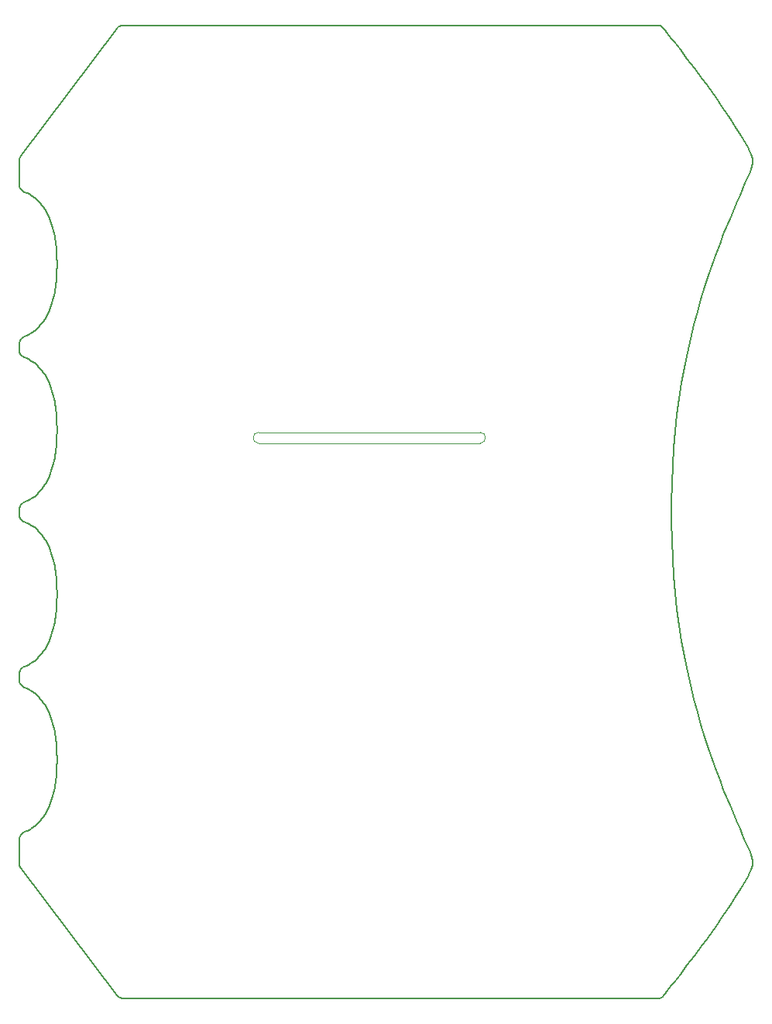
<source format=gbr>
%TF.GenerationSoftware,KiCad,Pcbnew,(5.1.6-0-10_14)*%
%TF.CreationDate,2021-01-05T22:04:13+01:00*%
%TF.ProjectId,ecsc21-badge,65637363-3231-42d6-9261-6467652e6b69,rev?*%
%TF.SameCoordinates,PX5c07920PY8b3c880*%
%TF.FileFunction,Profile,NP*%
%FSLAX46Y46*%
G04 Gerber Fmt 4.6, Leading zero omitted, Abs format (unit mm)*
G04 Created by KiCad (PCBNEW (5.1.6-0-10_14)) date 2021-01-05 22:04:13*
%MOMM*%
%LPD*%
G01*
G04 APERTURE LIST*
%TA.AperFunction,Profile*%
%ADD10C,0.200000*%
%TD*%
%TA.AperFunction,Profile*%
%ADD11C,0.050000*%
%TD*%
G04 APERTURE END LIST*
D10*
X24047198Y37511553D02*
X24045153Y37202888D01*
X24045153Y37202888D02*
X24038834Y36893514D01*
X24038834Y36893514D02*
X24027961Y36583898D01*
X24027961Y36583898D02*
X24012255Y36274510D01*
X24012255Y36274510D02*
X23991436Y35965819D01*
X23991436Y35965819D02*
X23965227Y35658294D01*
X23965227Y35658294D02*
X23933347Y35352403D01*
X23933347Y35352403D02*
X23895518Y35048616D01*
X23895518Y35048616D02*
X23851461Y34747401D01*
X23851461Y34747401D02*
X23800896Y34449227D01*
X23800896Y34449227D02*
X23743544Y34154563D01*
X23743544Y34154563D02*
X23679127Y33863878D01*
X23679127Y33863878D02*
X23607365Y33577641D01*
X23607365Y33577641D02*
X23527979Y33296321D01*
X23527979Y33296321D02*
X23440691Y33020386D01*
X23440691Y33020386D02*
X23345220Y32750306D01*
X23345220Y32750306D02*
X23241288Y32486549D01*
X23241288Y32486549D02*
X23128616Y32229584D01*
X23128616Y32229584D02*
X23006925Y31979880D01*
X23006925Y31979880D02*
X22875936Y31737906D01*
X22875936Y31737906D02*
X22735369Y31504131D01*
X22735369Y31504131D02*
X22584946Y31279024D01*
X22584946Y31279024D02*
X22424387Y31063053D01*
X22424387Y31063053D02*
X22253414Y30856688D01*
X22253414Y30856688D02*
X22071747Y30660397D01*
X22071747Y30660397D02*
X21879107Y30474649D01*
X21879107Y30474649D02*
X21675215Y30299913D01*
X21675215Y30299913D02*
X21459792Y30136659D01*
X21459792Y30136659D02*
X21232559Y29985354D01*
X21232559Y29985354D02*
X20993237Y29846467D01*
X20993237Y29846467D02*
X20741547Y29720469D01*
X20741547Y29720469D02*
X20477210Y29607826D01*
X20477210Y63370875D02*
X20741547Y63258541D01*
X20741547Y63258541D02*
X20993237Y63132832D01*
X20993237Y63132832D02*
X21232559Y62994216D01*
X21232559Y62994216D02*
X21459792Y62843163D01*
X21459792Y62843163D02*
X21675215Y62680143D01*
X21675215Y62680143D02*
X21879107Y62505625D01*
X21879107Y62505625D02*
X22071747Y62320080D01*
X22071747Y62320080D02*
X22253414Y62123975D01*
X22253414Y62123975D02*
X22424387Y61917781D01*
X22424387Y61917781D02*
X22584946Y61701968D01*
X22584946Y61701968D02*
X22735369Y61477004D01*
X22735369Y61477004D02*
X22875936Y61243360D01*
X22875936Y61243360D02*
X23006925Y61001504D01*
X23006925Y61001504D02*
X23128616Y60751907D01*
X23128616Y60751907D02*
X23241288Y60495037D01*
X23241288Y60495037D02*
X23345220Y60231365D01*
X23345220Y60231365D02*
X23440691Y59961359D01*
X23440691Y59961359D02*
X23527979Y59685490D01*
X23527979Y59685490D02*
X23607365Y59404226D01*
X23607365Y59404226D02*
X23679127Y59118037D01*
X23679127Y59118037D02*
X23743544Y58827394D01*
X23743544Y58827394D02*
X23800896Y58532764D01*
X23800896Y58532764D02*
X23851461Y58234618D01*
X23851461Y58234618D02*
X23895518Y57933426D01*
X23895518Y57933426D02*
X23933347Y57629656D01*
X23933347Y57629656D02*
X23965227Y57323778D01*
X23965227Y57323778D02*
X23991436Y57016262D01*
X23991436Y57016262D02*
X24012255Y56707578D01*
X24012255Y56707578D02*
X24027961Y56398194D01*
X24027961Y56398194D02*
X24038834Y56088580D01*
X24038834Y56088580D02*
X24045153Y55779205D01*
X24045153Y55779205D02*
X24047198Y55470540D01*
X20477210Y65648566D02*
X20277424Y65539098D01*
X20277424Y65539098D02*
X20116579Y65383128D01*
X20116579Y65383128D02*
X20001316Y65190936D01*
X20001316Y65190936D02*
X19938273Y64972803D01*
X19938273Y64972803D02*
X19928251Y64840464D01*
X90386700Y-6337432D02*
X90553242Y-6124778D01*
X90553242Y-6124778D02*
X90755701Y-5865450D01*
X90755701Y-5865450D02*
X90991375Y-5562560D01*
X90991375Y-5562560D02*
X91257562Y-5219222D01*
X91257562Y-5219222D02*
X91551559Y-4838548D01*
X91551559Y-4838548D02*
X91870665Y-4423652D01*
X91870665Y-4423652D02*
X92212176Y-3977647D01*
X92212176Y-3977647D02*
X92573392Y-3503644D01*
X92573392Y-3503644D02*
X92951610Y-3004758D01*
X92951610Y-3004758D02*
X93344127Y-2484101D01*
X93344127Y-2484101D02*
X93748242Y-1944787D01*
X93748242Y-1944787D02*
X94161253Y-1389927D01*
X94161253Y-1389927D02*
X94580457Y-822636D01*
X94580457Y-822636D02*
X95003152Y-246026D01*
X95003152Y-246026D02*
X95426637Y336790D01*
X95426637Y336790D02*
X95848208Y922699D01*
X95848208Y922699D02*
X96265165Y1508589D01*
X96265165Y1508589D02*
X96674804Y2091345D01*
X96674804Y2091345D02*
X97074424Y2667855D01*
X97074424Y2667855D02*
X97461322Y3235007D01*
X97461322Y3235007D02*
X97832797Y3789687D01*
X97832797Y3789687D02*
X98186146Y4328782D01*
X98186146Y4328782D02*
X98518667Y4849180D01*
X98518667Y4849180D02*
X98827658Y5347767D01*
X98827658Y5347767D02*
X99110417Y5821430D01*
X99110417Y5821430D02*
X99364242Y6267057D01*
X99364242Y6267057D02*
X99586430Y6681535D01*
X99586430Y6681535D02*
X99774280Y7061750D01*
X99774280Y7061750D02*
X99925089Y7404589D01*
X99925089Y7404589D02*
X100036155Y7706941D01*
X100036155Y7706941D02*
X100104776Y7965691D01*
X100104776Y7965691D02*
X100128251Y8177726D01*
X19928251Y8095896D02*
X19953782Y7889062D01*
X19953782Y7889062D02*
X20028936Y7695534D01*
X20028936Y7695534D02*
X20105542Y7577633D01*
X19928251Y82257296D02*
X19958471Y82030741D01*
X19958471Y82030741D02*
X20044707Y81823487D01*
X20044707Y81823487D02*
X20180319Y81646029D01*
X20180319Y81646029D02*
X20358665Y81508861D01*
X20358665Y81508861D02*
X20477210Y81452607D01*
X24047198Y19433214D02*
X24045153Y19124241D01*
X24045153Y19124241D02*
X24038834Y18814578D01*
X24038834Y18814578D02*
X24027961Y18504694D01*
X24027961Y18504694D02*
X24012255Y18195057D01*
X24012255Y18195057D02*
X23991436Y17886137D01*
X23991436Y17886137D02*
X23965227Y17578402D01*
X23965227Y17578402D02*
X23933347Y17272322D01*
X23933347Y17272322D02*
X23895518Y16968365D01*
X23895518Y16968365D02*
X23851461Y16667000D01*
X23851461Y16667000D02*
X23800896Y16368697D01*
X23800896Y16368697D02*
X23743544Y16073923D01*
X23743544Y16073923D02*
X23679127Y15783148D01*
X23679127Y15783148D02*
X23607365Y15496841D01*
X23607365Y15496841D02*
X23527979Y15215470D01*
X23527979Y15215470D02*
X23440691Y14939505D01*
X23440691Y14939505D02*
X23345220Y14669414D01*
X23345220Y14669414D02*
X23241288Y14405666D01*
X23241288Y14405666D02*
X23128616Y14148731D01*
X23128616Y14148731D02*
X23006925Y13899077D01*
X23006925Y13899077D02*
X22875936Y13657172D01*
X22875936Y13657172D02*
X22735369Y13423487D01*
X22735369Y13423487D02*
X22584946Y13198489D01*
X22584946Y13198489D02*
X22424387Y12982647D01*
X22424387Y12982647D02*
X22253414Y12776431D01*
X22253414Y12776431D02*
X22071747Y12580310D01*
X22071747Y12580310D02*
X21879107Y12394751D01*
X21879107Y12394751D02*
X21675215Y12220225D01*
X21675215Y12220225D02*
X21459792Y12057200D01*
X21459792Y12057200D02*
X21232559Y11906144D01*
X21232559Y11906144D02*
X20993237Y11767528D01*
X20993237Y11767528D02*
X20741547Y11641819D01*
X20741547Y11641819D02*
X20477210Y11529486D01*
X19928251Y28806529D02*
X19928251Y28134825D01*
X24047198Y55470540D02*
X24045153Y55161876D01*
X24045153Y55161876D02*
X24038834Y54852501D01*
X24038834Y54852501D02*
X24027961Y54542888D01*
X24027961Y54542888D02*
X24012255Y54233504D01*
X24012255Y54233504D02*
X23991436Y53924819D01*
X23991436Y53924819D02*
X23965227Y53617303D01*
X23965227Y53617303D02*
X23933347Y53311426D01*
X23933347Y53311426D02*
X23895518Y53007656D01*
X23895518Y53007656D02*
X23851461Y52706464D01*
X23851461Y52706464D02*
X23800896Y52408318D01*
X23800896Y52408318D02*
X23743544Y52113689D01*
X23743544Y52113689D02*
X23679127Y51823045D01*
X23679127Y51823045D02*
X23607365Y51536857D01*
X23607365Y51536857D02*
X23527979Y51255594D01*
X23527979Y51255594D02*
X23440691Y50979725D01*
X23440691Y50979725D02*
X23345220Y50709719D01*
X23345220Y50709719D02*
X23241288Y50446047D01*
X23241288Y50446047D02*
X23128616Y50189178D01*
X23128616Y50189178D02*
X23006925Y49939582D01*
X23006925Y49939582D02*
X22875936Y49697727D01*
X22875936Y49697727D02*
X22735369Y49464083D01*
X22735369Y49464083D02*
X22584946Y49239120D01*
X22584946Y49239120D02*
X22424387Y49023308D01*
X22424387Y49023308D02*
X22253414Y48817115D01*
X22253414Y48817115D02*
X22071747Y48621011D01*
X22071747Y48621011D02*
X21879107Y48435467D01*
X21879107Y48435467D02*
X21675215Y48260951D01*
X21675215Y48260951D02*
X21459792Y48097932D01*
X21459792Y48097932D02*
X21232559Y47946881D01*
X21232559Y47946881D02*
X20993237Y47808267D01*
X20993237Y47808267D02*
X20741547Y47682559D01*
X20741547Y47682559D02*
X20477210Y47570226D01*
X90386700Y99316133D02*
X90229229Y99472706D01*
X90229229Y99472706D02*
X90039703Y99582652D01*
X90039703Y99582652D02*
X89828134Y99641419D01*
X89828134Y99641419D02*
X89704756Y99650279D01*
X30614300Y99305894D02*
X20105542Y85404481D01*
X19928251Y84879371D02*
X19928251Y82257296D01*
X31306483Y99650279D02*
X31106270Y99627158D01*
X31106270Y99627158D02*
X30897427Y99548575D01*
X30897427Y99548575D02*
X30715584Y99418712D01*
X30715584Y99418712D02*
X30614300Y99305894D01*
X20105542Y85404481D02*
X19998505Y85223650D01*
X19998505Y85223650D02*
X19939651Y85022317D01*
X19939651Y85022317D02*
X19928251Y84879371D01*
X20105542Y7577633D02*
X30614300Y-6323800D01*
X91252761Y45408455D02*
X91252761Y47573639D01*
X20477210Y29607826D02*
X20277424Y29498812D01*
X20277424Y29498812D02*
X20116579Y29344060D01*
X20116579Y29344060D02*
X20001316Y29153635D01*
X20001316Y29153635D02*
X19938273Y28937602D01*
X19938273Y28937602D02*
X19928251Y28806529D01*
X20477210Y45411868D02*
X20741547Y45299527D01*
X20741547Y45299527D02*
X20993237Y45173791D01*
X20993237Y45173791D02*
X21232559Y45035132D01*
X21232559Y45035132D02*
X21459792Y44884023D01*
X21459792Y44884023D02*
X21675215Y44720933D01*
X21675215Y44720933D02*
X21879107Y44546335D01*
X21879107Y44546335D02*
X22071747Y44360700D01*
X22071747Y44360700D02*
X22253414Y44164500D01*
X22253414Y44164500D02*
X22424387Y43958205D01*
X22424387Y43958205D02*
X22584946Y43742287D01*
X22584946Y43742287D02*
X22735369Y43517218D01*
X22735369Y43517218D02*
X22875936Y43283468D01*
X22875936Y43283468D02*
X23006925Y43041510D01*
X23006925Y43041510D02*
X23128616Y42791814D01*
X23128616Y42791814D02*
X23241288Y42534852D01*
X23241288Y42534852D02*
X23345220Y42271095D01*
X23345220Y42271095D02*
X23440691Y42001015D01*
X23440691Y42001015D02*
X23527979Y41725083D01*
X23527979Y41725083D02*
X23607365Y41443771D01*
X23607365Y41443771D02*
X23679127Y41157549D01*
X23679127Y41157549D02*
X23743544Y40866890D01*
X23743544Y40866890D02*
X23800896Y40572264D01*
X23800896Y40572264D02*
X23851461Y40274143D01*
X23851461Y40274143D02*
X23895518Y39972999D01*
X23895518Y39972999D02*
X23933347Y39669302D01*
X23933347Y39669302D02*
X23965227Y39363524D01*
X23965227Y39363524D02*
X23991436Y39056136D01*
X23991436Y39056136D02*
X24012255Y38747611D01*
X24012255Y38747611D02*
X24027961Y38438418D01*
X24027961Y38438418D02*
X24038834Y38129030D01*
X24038834Y38129030D02*
X24045153Y37819918D01*
X24045153Y37819918D02*
X24047198Y37511553D01*
X20477210Y11529486D02*
X20277424Y11418687D01*
X20277424Y11418687D02*
X20116579Y11262916D01*
X20116579Y11262916D02*
X20001316Y11072027D01*
X20001316Y11072027D02*
X19938273Y10855870D01*
X19938273Y10855870D02*
X19928251Y10724797D01*
X19928251Y64175564D02*
X19958471Y63949381D01*
X19958471Y63949381D02*
X20044707Y63742842D01*
X20044707Y63742842D02*
X20180319Y63565799D01*
X20180319Y63565799D02*
X20358665Y63428102D01*
X20358665Y63428102D02*
X20477210Y63370875D01*
X89704756Y99650279D02*
X31306483Y99650279D01*
X19928251Y10724797D02*
X19928251Y8095896D01*
X100128251Y84804367D02*
X100104776Y85016403D01*
X100104776Y85016403D02*
X100036155Y85275152D01*
X100036155Y85275152D02*
X99925089Y85577502D01*
X99925089Y85577502D02*
X99774280Y85920338D01*
X99774280Y85920338D02*
X99586430Y86300546D01*
X99586430Y86300546D02*
X99364242Y86715014D01*
X99364242Y86715014D02*
X99110417Y87160628D01*
X99110417Y87160628D02*
X98827658Y87634274D01*
X98827658Y87634274D02*
X98518667Y88132839D01*
X98518667Y88132839D02*
X98186146Y88653208D01*
X98186146Y88653208D02*
X97832797Y89192269D01*
X97832797Y89192269D02*
X97461322Y89746908D01*
X97461322Y89746908D02*
X97074424Y90314011D01*
X97074424Y90314011D02*
X96674804Y90890465D01*
X96674804Y90890465D02*
X96265165Y91473156D01*
X96265165Y91473156D02*
X95848208Y92058971D01*
X95848208Y92058971D02*
X95426637Y92644795D01*
X95426637Y92644795D02*
X95003152Y93227516D01*
X95003152Y93227516D02*
X94580457Y93804020D01*
X94580457Y93804020D02*
X94161253Y94371193D01*
X94161253Y94371193D02*
X93748242Y94925922D01*
X93748242Y94925922D02*
X93344127Y95465093D01*
X93344127Y95465093D02*
X92951610Y95985593D01*
X92951610Y95985593D02*
X92573392Y96484307D01*
X92573392Y96484307D02*
X92212176Y96958123D01*
X92212176Y96958123D02*
X91870665Y97403927D01*
X91870665Y97403927D02*
X91551559Y97818605D01*
X91551559Y97818605D02*
X91257562Y98199044D01*
X91257562Y98199044D02*
X90991375Y98542129D01*
X90991375Y98542129D02*
X90755701Y98844749D01*
X90755701Y98844749D02*
X90553242Y99103788D01*
X90553242Y99103788D02*
X90386700Y99316133D01*
X100128251Y8177726D02*
X100102790Y8417341D01*
X100102790Y8417341D02*
X100028575Y8720966D01*
X100028575Y8720966D02*
X99908855Y9088161D01*
X99908855Y9088161D02*
X99746882Y9518485D01*
X99746882Y9518485D02*
X99545905Y10011497D01*
X99545905Y10011497D02*
X99309175Y10566758D01*
X99309175Y10566758D02*
X99039941Y11183825D01*
X99039941Y11183825D02*
X98741455Y11862258D01*
X98741455Y11862258D02*
X98416967Y12601617D01*
X98416967Y12601617D02*
X98069726Y13401460D01*
X98069726Y13401460D02*
X97702984Y14261347D01*
X97702984Y14261347D02*
X97319990Y15180837D01*
X97319990Y15180837D02*
X96923995Y16159489D01*
X96923995Y16159489D02*
X96518249Y17196863D01*
X96518249Y17196863D02*
X96106002Y18292517D01*
X96106002Y18292517D02*
X95690506Y19446011D01*
X95690506Y19446011D02*
X95275009Y20656904D01*
X95275009Y20656904D02*
X94862762Y21924755D01*
X94862762Y21924755D02*
X94457016Y23249124D01*
X94457016Y23249124D02*
X94061021Y24629570D01*
X94061021Y24629570D02*
X93678027Y26065651D01*
X93678027Y26065651D02*
X93311285Y27556928D01*
X93311285Y27556928D02*
X92964044Y29102959D01*
X92964044Y29102959D02*
X92639556Y30703303D01*
X92639556Y30703303D02*
X92341070Y32357521D01*
X92341070Y32357521D02*
X92071836Y34065170D01*
X92071836Y34065170D02*
X91835106Y35825811D01*
X91835106Y35825811D02*
X91634129Y37639002D01*
X91634129Y37639002D02*
X91472156Y39504303D01*
X91472156Y39504303D02*
X91352436Y41421273D01*
X91352436Y41421273D02*
X91278221Y43389470D01*
X91278221Y43389470D02*
X91252761Y45408455D01*
X24047198Y73548880D02*
X24045153Y73240516D01*
X24045153Y73240516D02*
X24038834Y72931404D01*
X24038834Y72931404D02*
X24027961Y72622016D01*
X24027961Y72622016D02*
X24012255Y72312823D01*
X24012255Y72312823D02*
X23991436Y72004298D01*
X23991436Y72004298D02*
X23965227Y71696910D01*
X23965227Y71696910D02*
X23933347Y71391132D01*
X23933347Y71391132D02*
X23895518Y71087435D01*
X23895518Y71087435D02*
X23851461Y70786291D01*
X23851461Y70786291D02*
X23800896Y70488170D01*
X23800896Y70488170D02*
X23743544Y70193544D01*
X23743544Y70193544D02*
X23679127Y69902885D01*
X23679127Y69902885D02*
X23607365Y69616663D01*
X23607365Y69616663D02*
X23527979Y69335351D01*
X23527979Y69335351D02*
X23440691Y69059419D01*
X23440691Y69059419D02*
X23345220Y68789339D01*
X23345220Y68789339D02*
X23241288Y68525582D01*
X23241288Y68525582D02*
X23128616Y68268620D01*
X23128616Y68268620D02*
X23006925Y68018925D01*
X23006925Y68018925D02*
X22875936Y67776966D01*
X22875936Y67776966D02*
X22735369Y67543217D01*
X22735369Y67543217D02*
X22584946Y67318147D01*
X22584946Y67318147D02*
X22424387Y67102230D01*
X22424387Y67102230D02*
X22253414Y66895935D01*
X22253414Y66895935D02*
X22071747Y66699734D01*
X22071747Y66699734D02*
X21879107Y66514099D01*
X21879107Y66514099D02*
X21675215Y66339501D01*
X21675215Y66339501D02*
X21459792Y66176412D01*
X21459792Y66176412D02*
X21232559Y66025303D01*
X21232559Y66025303D02*
X20993237Y65886644D01*
X20993237Y65886644D02*
X20741547Y65760908D01*
X20741547Y65760908D02*
X20477210Y65648566D01*
X89704756Y-6668185D02*
X89924245Y-6639890D01*
X89924245Y-6639890D02*
X90127253Y-6558344D01*
X90127253Y-6558344D02*
X90303768Y-6428547D01*
X90303768Y-6428547D02*
X90386700Y-6337432D01*
X20477210Y47570226D02*
X20277424Y47458024D01*
X20277424Y47458024D02*
X20116579Y47301953D01*
X20116579Y47301953D02*
X20001316Y47111008D01*
X20001316Y47111008D02*
X19938273Y46894183D01*
X19938273Y46894183D02*
X19928251Y46762124D01*
X19928251Y28134825D02*
X19958471Y27908688D01*
X19958471Y27908688D02*
X20044707Y27702404D01*
X20044707Y27702404D02*
X20180319Y27526038D01*
X20180319Y27526038D02*
X20358665Y27389656D01*
X20358665Y27389656D02*
X20477210Y27333549D01*
X31306483Y-6668185D02*
X89704756Y-6668185D01*
X19928251Y46219969D02*
X19958471Y45992394D01*
X19958471Y45992394D02*
X20044707Y45785559D01*
X20044707Y45785559D02*
X20180319Y45608460D01*
X20180319Y45608460D02*
X20358665Y45470088D01*
X20358665Y45470088D02*
X20477210Y45411868D01*
X91252761Y47573639D02*
X91278221Y49592317D01*
X91278221Y49592317D02*
X91352436Y51560226D01*
X91352436Y51560226D02*
X91472156Y53476928D01*
X91472156Y53476928D02*
X91634129Y55341980D01*
X91634129Y55341980D02*
X91835106Y57154943D01*
X91835106Y57154943D02*
X92071836Y58915375D01*
X92071836Y58915375D02*
X92341070Y60622835D01*
X92341070Y60622835D02*
X92639556Y62276884D01*
X92639556Y62276884D02*
X92964044Y63877079D01*
X92964044Y63877079D02*
X93311285Y65422981D01*
X93311285Y65422981D02*
X93678027Y66914148D01*
X93678027Y66914148D02*
X94061021Y68350140D01*
X94061021Y68350140D02*
X94457016Y69730516D01*
X94457016Y69730516D02*
X94862762Y71054835D01*
X94862762Y71054835D02*
X95275009Y72322657D01*
X95275009Y72322657D02*
X95690506Y73533540D01*
X95690506Y73533540D02*
X96106002Y74687044D01*
X96106002Y74687044D02*
X96518249Y75782728D01*
X96518249Y75782728D02*
X96923995Y76820151D01*
X96923995Y76820151D02*
X97319990Y77798873D01*
X97319990Y77798873D02*
X97702984Y78718452D01*
X97702984Y78718452D02*
X98069726Y79578448D01*
X98069726Y79578448D02*
X98416967Y80378421D01*
X98416967Y80378421D02*
X98741455Y81117928D01*
X98741455Y81117928D02*
X99039941Y81796531D01*
X99039941Y81796531D02*
X99309175Y82413786D01*
X99309175Y82413786D02*
X99545905Y82969255D01*
X99545905Y82969255D02*
X99746882Y83462497D01*
X99746882Y83462497D02*
X99908855Y83893069D01*
X99908855Y83893069D02*
X100028575Y84260532D01*
X100028575Y84260532D02*
X100102790Y84564445D01*
X100102790Y84564445D02*
X100128251Y84804367D01*
X19928251Y64840464D02*
X19928251Y64175564D01*
X20477210Y27333549D02*
X20741547Y27220907D01*
X20741547Y27220907D02*
X20993237Y27094909D01*
X20993237Y27094909D02*
X21232559Y26956024D01*
X21232559Y26956024D02*
X21459792Y26804723D01*
X21459792Y26804723D02*
X21675215Y26641474D01*
X21675215Y26641474D02*
X21879107Y26466747D01*
X21879107Y26466747D02*
X22071747Y26281012D01*
X22071747Y26281012D02*
X22253414Y26084738D01*
X22253414Y26084738D02*
X22424387Y25878394D01*
X22424387Y25878394D02*
X22584946Y25662451D01*
X22584946Y25662451D02*
X22735369Y25437377D01*
X22735369Y25437377D02*
X22875936Y25203643D01*
X22875936Y25203643D02*
X23006925Y24961717D01*
X23006925Y24961717D02*
X23128616Y24712069D01*
X23128616Y24712069D02*
X23241288Y24455169D01*
X23241288Y24455169D02*
X23345220Y24191486D01*
X23345220Y24191486D02*
X23440691Y23921490D01*
X23440691Y23921490D02*
X23527979Y23645650D01*
X23527979Y23645650D02*
X23607365Y23364436D01*
X23607365Y23364436D02*
X23679127Y23078316D01*
X23679127Y23078316D02*
X23743544Y22787762D01*
X23743544Y22787762D02*
X23800896Y22493242D01*
X23800896Y22493242D02*
X23851461Y22195226D01*
X23851461Y22195226D02*
X23895518Y21894182D01*
X23895518Y21894182D02*
X23933347Y21590582D01*
X23933347Y21590582D02*
X23965227Y21284894D01*
X23965227Y21284894D02*
X23991436Y20977587D01*
X23991436Y20977587D02*
X24012255Y20669132D01*
X24012255Y20669132D02*
X24027961Y20359998D01*
X24027961Y20359998D02*
X24038834Y20050654D01*
X24038834Y20050654D02*
X24045153Y19741569D01*
X24045153Y19741569D02*
X24047198Y19433214D01*
X20477210Y81452607D02*
X20741547Y81340266D01*
X20741547Y81340266D02*
X20993237Y81214529D01*
X20993237Y81214529D02*
X21232559Y81075869D01*
X21232559Y81075869D02*
X21459792Y80924755D01*
X21459792Y80924755D02*
X21675215Y80761660D01*
X21675215Y80761660D02*
X21879107Y80587052D01*
X21879107Y80587052D02*
X22071747Y80401404D01*
X22071747Y80401404D02*
X22253414Y80205186D01*
X22253414Y80205186D02*
X22424387Y79998869D01*
X22424387Y79998869D02*
X22584946Y79782923D01*
X22584946Y79782923D02*
X22735369Y79557819D01*
X22735369Y79557819D02*
X22875936Y79324028D01*
X22875936Y79324028D02*
X23006925Y79082021D01*
X23006925Y79082021D02*
X23128616Y78832268D01*
X23128616Y78832268D02*
X23241288Y78575240D01*
X23241288Y78575240D02*
X23345220Y78311408D01*
X23345220Y78311408D02*
X23440691Y78041244D01*
X23440691Y78041244D02*
X23527979Y77765216D01*
X23527979Y77765216D02*
X23607365Y77483797D01*
X23607365Y77483797D02*
X23679127Y77197456D01*
X23679127Y77197456D02*
X23743544Y76906665D01*
X23743544Y76906665D02*
X23800896Y76611895D01*
X23800896Y76611895D02*
X23851461Y76313616D01*
X23851461Y76313616D02*
X23895518Y76012299D01*
X23895518Y76012299D02*
X23933347Y75708414D01*
X23933347Y75708414D02*
X23965227Y75402433D01*
X23965227Y75402433D02*
X23991436Y75094826D01*
X23991436Y75094826D02*
X24012255Y74786064D01*
X24012255Y74786064D02*
X24027961Y74476618D01*
X24027961Y74476618D02*
X24038834Y74166958D01*
X24038834Y74166958D02*
X24045153Y73857555D01*
X24045153Y73857555D02*
X24047198Y73548880D01*
X19928251Y46762124D02*
X19928251Y46219969D01*
X30614300Y-6323800D02*
X30753147Y-6469674D01*
X30753147Y-6469674D02*
X30941856Y-6588535D01*
X30941856Y-6588535D02*
X31155340Y-6655103D01*
X31155340Y-6655103D02*
X31306483Y-6668185D01*
D11*
X46100000Y55200000D02*
X70300000Y55200000D01*
X70300000Y54000000D02*
X46100000Y54000000D01*
X46100000Y54000000D02*
G75*
G02*
X46100000Y55200000I0J600000D01*
G01*
X70300000Y55200000D02*
G75*
G02*
X70300000Y54000000I0J-600000D01*
G01*
M02*

</source>
